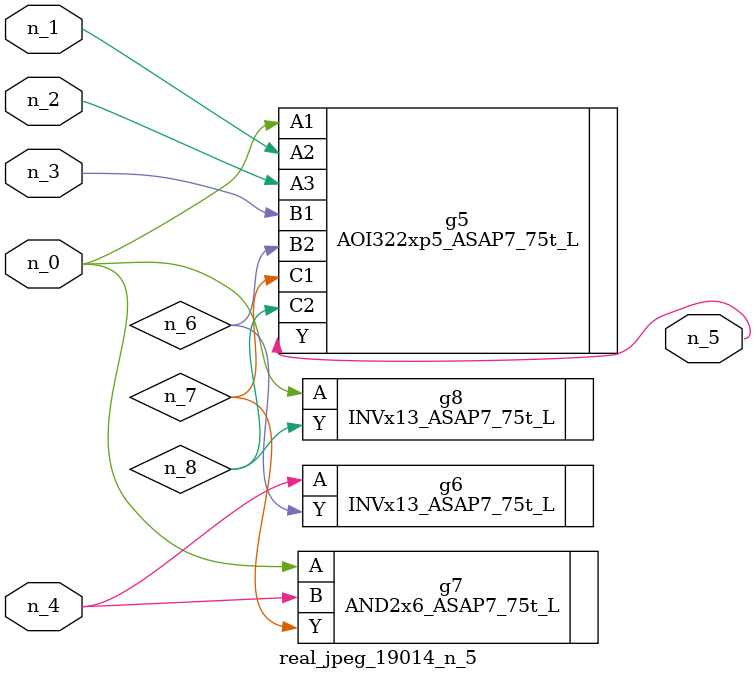
<source format=v>
module real_jpeg_19014_n_5 (n_4, n_0, n_1, n_2, n_3, n_5);

input n_4;
input n_0;
input n_1;
input n_2;
input n_3;

output n_5;

wire n_8;
wire n_6;
wire n_7;

AOI322xp5_ASAP7_75t_L g5 ( 
.A1(n_0),
.A2(n_1),
.A3(n_2),
.B1(n_3),
.B2(n_6),
.C1(n_7),
.C2(n_8),
.Y(n_5)
);

AND2x6_ASAP7_75t_L g7 ( 
.A(n_0),
.B(n_4),
.Y(n_7)
);

INVx13_ASAP7_75t_L g8 ( 
.A(n_0),
.Y(n_8)
);

INVx13_ASAP7_75t_L g6 ( 
.A(n_4),
.Y(n_6)
);


endmodule
</source>
